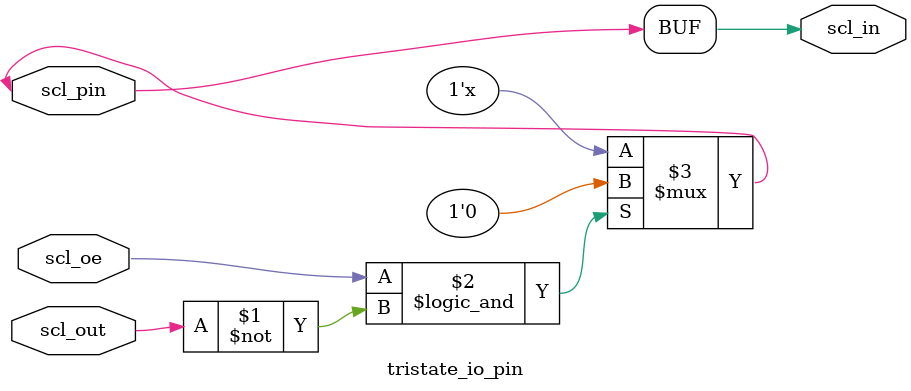
<source format=v>
module led_toggle (
    input wire clk,  // Input clock (95 MHz approximate)
    input wire reset,           // Asynchronous reset
    output reg led         // LED output
);

    reg [25:0] counter = 0;      // 26-bit counter to count 47,500,000 cycles

    // LED toggle logic
    always @(posedge clk or posedge reset) begin
        if (reset) begin
            counter <= 0;
            led <= 0;
        end else begin
            //if (counter == 12_000_000) begin // 25MHz value about
			if (counter == 4_800_000) begin // 9.6MHz value
                counter <= 0;         // Reset counter
                led <= ~led; // Toggle LED
            end else begin
                counter <= counter + 1; // Increment counter
            end
        end
    end

endmodule




module rising_edge_detector (
    input wire clk,  // Clock input
	input wire reset,           // Active-high reset
    input wire sig,        // Signal to detect rising edge on
    output reg rising_edge_detected // Output: 1 if rising edge detected
);

    reg sig_d1; // Delayed signal (previous state)
    reg sig_d2; // Delayed signal (two cycles ago)

    always @(posedge  clk or posedge reset) begin
        if (reset) begin
            sig_d1 <= 1'b0;
            sig_d2 <= 1'b0;
            rising_edge_detected <= 1'b0;
        end else begin
            // Update the delayed signals
            sig_d2 <= sig_d1;
            sig_d1 <= sig;

            // Detect a rising edge
            rising_edge_detected <= ~sig_d2 & sig_d1;
        end
    end
endmodule


module tristate_io_pin (
    inout  wire scl_pin, // Physical SCL pin
    input  wire scl_out, // Output control: 0 = drive low, 1 = release
    input  wire scl_oe,  // Output enable: 1 = enable scl_out, 0 = tri-state
    output wire scl_in   // Pin input (read the current SCL level)
);

    // If scl_oe = 1 and scl_out = 0 -> drive the pin low.
    // Otherwise -> tri-state (Z).
    assign scl_pin = (scl_oe && (scl_out == 1'b0)) ? 1'b0 : 1'bz;

    // Always read the pin level (whether driven or pulled up externally).
    assign scl_in = scl_pin;

endmodule

</source>
